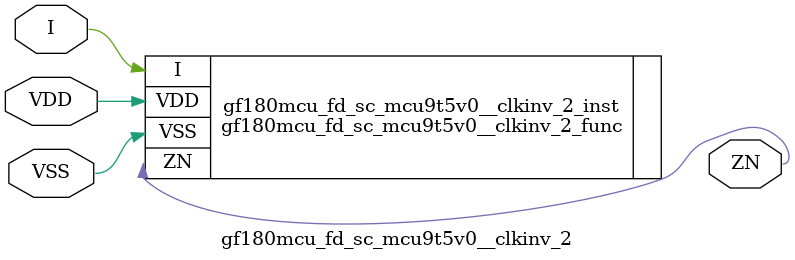
<source format=v>

module gf180mcu_fd_sc_mcu9t5v0__clkinv_2( I, ZN, VDD, VSS );
input I;
inout VDD, VSS;
output ZN;

   `ifdef FUNCTIONAL  //  functional //

	gf180mcu_fd_sc_mcu9t5v0__clkinv_2_func gf180mcu_fd_sc_mcu9t5v0__clkinv_2_behav_inst(.I(I),.ZN(ZN),.VDD(VDD),.VSS(VSS));

   `else

	gf180mcu_fd_sc_mcu9t5v0__clkinv_2_func gf180mcu_fd_sc_mcu9t5v0__clkinv_2_inst(.I(I),.ZN(ZN),.VDD(VDD),.VSS(VSS));

	// spec_gates_begin


	// spec_gates_end



   specify

	// specify_block_begin

	// comb arc I --> ZN
	 (I => ZN) = (1.0,1.0);

	// specify_block_end

   endspecify

   `endif

endmodule

</source>
